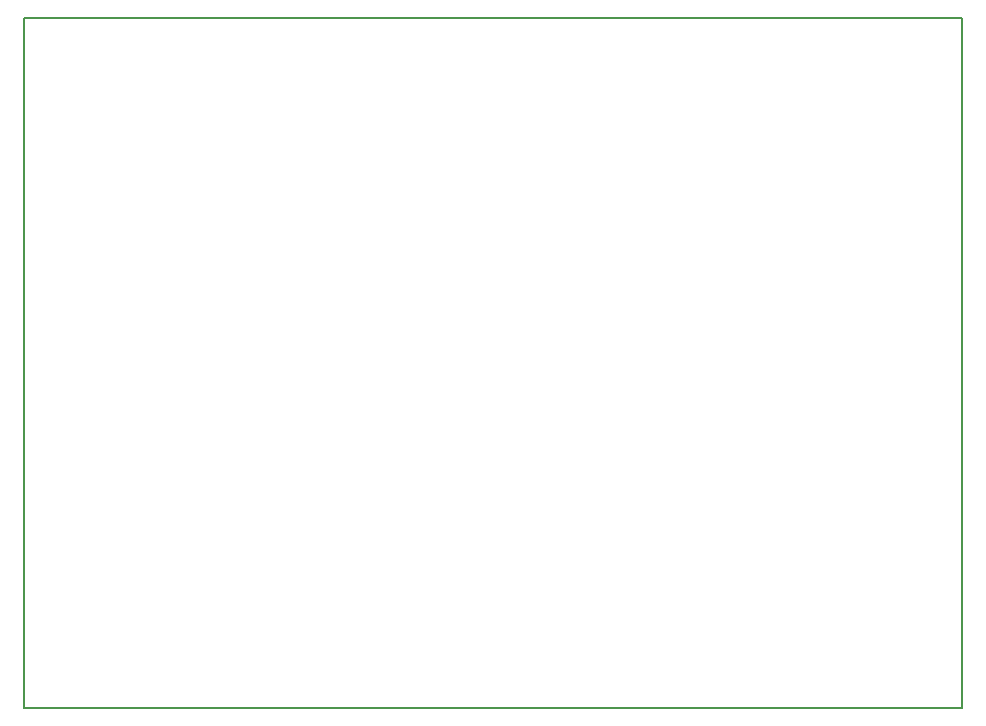
<source format=gbr>
G04 #@! TF.GenerationSoftware,KiCad,Pcbnew,(2017-12-14 revision b47a06e)-master*
G04 #@! TF.CreationDate,2017-12-29T23:23:29-08:00*
G04 #@! TF.ProjectId,Elephant-3,456C657068616E742D332E6B69636164,1*
G04 #@! TF.SameCoordinates,Original*
G04 #@! TF.FileFunction,Profile,NP*
%FSLAX46Y46*%
G04 Gerber Fmt 4.6, Leading zero omitted, Abs format (unit mm)*
G04 Created by KiCad (PCBNEW (2017-12-14 revision b47a06e)-master) date Friday, December 29, 2017 'PMt' 11:23:29 PM*
%MOMM*%
%LPD*%
G01*
G04 APERTURE LIST*
%ADD10C,0.150000*%
G04 APERTURE END LIST*
D10*
X118745000Y-127000000D02*
X198120000Y-127000000D01*
X198120000Y-68580000D02*
X118745000Y-68580000D01*
X198120000Y-127000000D02*
X198120000Y-68580000D01*
X118745000Y-68580000D02*
X118745000Y-127000000D01*
M02*

</source>
